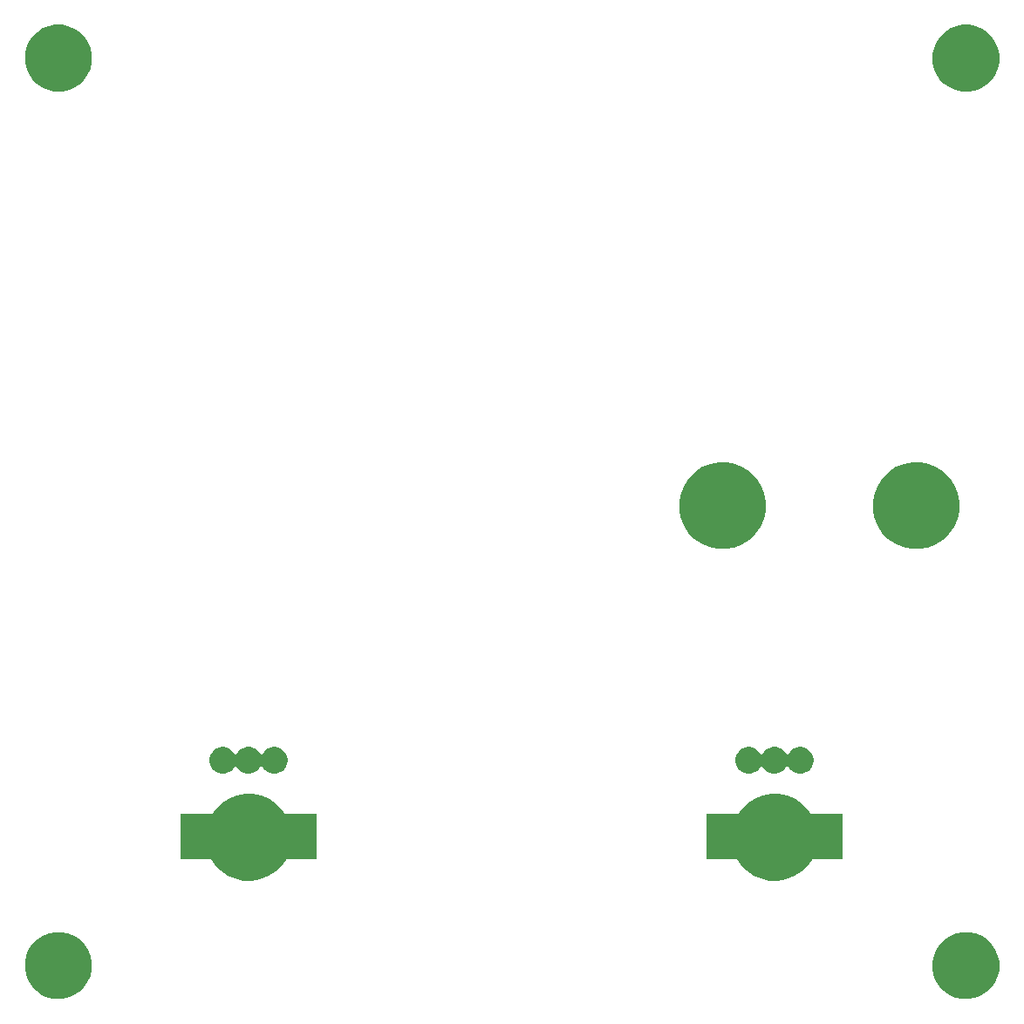
<source format=gts>
G04 #@! TF.FileFunction,Soldermask,Top*
%FSLAX46Y46*%
G04 Gerber Fmt 4.6, Leading zero omitted, Abs format (unit mm)*
G04 Created by KiCad (PCBNEW 4.0.7) date 11/11/19 23:51:16*
%MOMM*%
%LPD*%
G01*
G04 APERTURE LIST*
%ADD10C,0.100000*%
%ADD11C,0.200000*%
G04 APERTURE END LIST*
D10*
D11*
X232791000Y-110998000D02*
X231521000Y-110998000D01*
X232791000Y-112268000D02*
X232791000Y-110998000D01*
X181737000Y-110998000D02*
X181737000Y-112522000D01*
X183769000Y-110998000D02*
X181737000Y-110998000D01*
D10*
G36*
X163586952Y-120223557D02*
X164210908Y-120351637D01*
X164798105Y-120598473D01*
X165326177Y-120954661D01*
X165775002Y-121406631D01*
X166127496Y-121937176D01*
X166370225Y-122526082D01*
X166493774Y-123150048D01*
X166493774Y-123150077D01*
X166493940Y-123150917D01*
X166483781Y-123878452D01*
X166483590Y-123879291D01*
X166483590Y-123879312D01*
X166342666Y-124499594D01*
X166083589Y-125081489D01*
X165716422Y-125601982D01*
X165255146Y-126041248D01*
X164717338Y-126382553D01*
X164123482Y-126612894D01*
X163496191Y-126723502D01*
X162859360Y-126710163D01*
X162237254Y-126573384D01*
X161653563Y-126318375D01*
X161130515Y-125954847D01*
X160688045Y-125496657D01*
X160342991Y-124961238D01*
X160108509Y-124369003D01*
X159993525Y-123742504D01*
X160002419Y-123105593D01*
X160134850Y-122482551D01*
X160385779Y-121897089D01*
X160745643Y-121371520D01*
X161200739Y-120925858D01*
X161733731Y-120577079D01*
X162324316Y-120338467D01*
X162950001Y-120219111D01*
X163586952Y-120223557D01*
X163586952Y-120223557D01*
G37*
G36*
X251674152Y-120223557D02*
X252298108Y-120351637D01*
X252885305Y-120598473D01*
X253413377Y-120954661D01*
X253862202Y-121406631D01*
X254214696Y-121937176D01*
X254457425Y-122526082D01*
X254580974Y-123150048D01*
X254580974Y-123150077D01*
X254581140Y-123150917D01*
X254570981Y-123878452D01*
X254570790Y-123879291D01*
X254570790Y-123879312D01*
X254429866Y-124499594D01*
X254170789Y-125081489D01*
X253803622Y-125601982D01*
X253342346Y-126041248D01*
X252804538Y-126382553D01*
X252210682Y-126612894D01*
X251583391Y-126723502D01*
X250946560Y-126710163D01*
X250324454Y-126573384D01*
X249740763Y-126318375D01*
X249217715Y-125954847D01*
X248775245Y-125496657D01*
X248430191Y-124961238D01*
X248195709Y-124369003D01*
X248080725Y-123742504D01*
X248089619Y-123105593D01*
X248222050Y-122482551D01*
X248472979Y-121897089D01*
X248832843Y-121371520D01*
X249287939Y-120925858D01*
X249820931Y-120577079D01*
X250411516Y-120338467D01*
X251037201Y-120219111D01*
X251674152Y-120223557D01*
X251674152Y-120223557D01*
G37*
G36*
X182152744Y-106826191D02*
X182959584Y-106991812D01*
X183718890Y-107310996D01*
X184401740Y-107771584D01*
X184982119Y-108356028D01*
X185213360Y-108704074D01*
X185236753Y-108730341D01*
X185266538Y-108749051D01*
X185317475Y-108759900D01*
X188318500Y-108759900D01*
X188318500Y-113159900D01*
X185409333Y-113159900D01*
X185374509Y-113164849D01*
X185342442Y-113179304D01*
X185307190Y-113212846D01*
X184906365Y-113781051D01*
X184309895Y-114349062D01*
X183614450Y-114790406D01*
X182846532Y-115088261D01*
X182035381Y-115231288D01*
X181211894Y-115214040D01*
X180407447Y-115037170D01*
X179652674Y-114707418D01*
X178976319Y-114237339D01*
X178404159Y-113644851D01*
X178128548Y-113217186D01*
X178105523Y-113190595D01*
X178076002Y-113171471D01*
X178042322Y-113161329D01*
X178023477Y-113159900D01*
X175097000Y-113159900D01*
X175097000Y-108759900D01*
X178105112Y-108759900D01*
X178139936Y-108754951D01*
X178172003Y-108740496D01*
X178208251Y-108705521D01*
X178478641Y-108310626D01*
X179067126Y-107734339D01*
X179756339Y-107283331D01*
X180520027Y-106974781D01*
X181329101Y-106820442D01*
X182152744Y-106826191D01*
X182152744Y-106826191D01*
G37*
G36*
X233206744Y-106826191D02*
X234013584Y-106991812D01*
X234772890Y-107310996D01*
X235455740Y-107771584D01*
X236036119Y-108356028D01*
X236267360Y-108704074D01*
X236290753Y-108730341D01*
X236320538Y-108749051D01*
X236371475Y-108759900D01*
X239372500Y-108759900D01*
X239372500Y-113159900D01*
X236463333Y-113159900D01*
X236428509Y-113164849D01*
X236396442Y-113179304D01*
X236361190Y-113212846D01*
X235960365Y-113781051D01*
X235363895Y-114349062D01*
X234668450Y-114790406D01*
X233900532Y-115088261D01*
X233089381Y-115231288D01*
X232265894Y-115214040D01*
X231461447Y-115037170D01*
X230706674Y-114707418D01*
X230030319Y-114237339D01*
X229458159Y-113644851D01*
X229182548Y-113217186D01*
X229159523Y-113190595D01*
X229130002Y-113171471D01*
X229096322Y-113161329D01*
X229077477Y-113159900D01*
X226151000Y-113159900D01*
X226151000Y-108759900D01*
X229159112Y-108759900D01*
X229193936Y-108754951D01*
X229226003Y-108740496D01*
X229262251Y-108705521D01*
X229532641Y-108310626D01*
X230121126Y-107734339D01*
X230810339Y-107283331D01*
X231574027Y-106974781D01*
X232383101Y-106820442D01*
X233206744Y-106826191D01*
X233206744Y-106826191D01*
G37*
G36*
X235387545Y-102231260D02*
X235637283Y-102282525D01*
X235872305Y-102381319D01*
X236083667Y-102523884D01*
X236263306Y-102704781D01*
X236404391Y-102917132D01*
X236501543Y-103152841D01*
X236550890Y-103402060D01*
X236550890Y-103402088D01*
X236551056Y-103402928D01*
X236546990Y-103694122D01*
X236546799Y-103694961D01*
X236546799Y-103694982D01*
X236490512Y-103942733D01*
X236386817Y-104175634D01*
X236239859Y-104383960D01*
X236055235Y-104559776D01*
X235839978Y-104696382D01*
X235602291Y-104788575D01*
X235351220Y-104832845D01*
X235096327Y-104827506D01*
X234847329Y-104772760D01*
X234613714Y-104670696D01*
X234404364Y-104525194D01*
X234227264Y-104341801D01*
X234107398Y-104155806D01*
X234084373Y-104129214D01*
X234054853Y-104110090D01*
X234021173Y-104099948D01*
X233986000Y-104099590D01*
X233952121Y-104109045D01*
X233922217Y-104127564D01*
X233898656Y-104153681D01*
X233888135Y-104172675D01*
X233886818Y-104175633D01*
X233739859Y-104383960D01*
X233555235Y-104559776D01*
X233339978Y-104696382D01*
X233102291Y-104788575D01*
X232851220Y-104832845D01*
X232596327Y-104827506D01*
X232347329Y-104772760D01*
X232113714Y-104670696D01*
X231904364Y-104525194D01*
X231727264Y-104341801D01*
X231607398Y-104155806D01*
X231584373Y-104129214D01*
X231554853Y-104110090D01*
X231521173Y-104099948D01*
X231486000Y-104099590D01*
X231452121Y-104109045D01*
X231422217Y-104127564D01*
X231398656Y-104153681D01*
X231388135Y-104172675D01*
X231386818Y-104175633D01*
X231239859Y-104383960D01*
X231055235Y-104559776D01*
X230839978Y-104696382D01*
X230602291Y-104788575D01*
X230351220Y-104832845D01*
X230096327Y-104827506D01*
X229847329Y-104772760D01*
X229613714Y-104670696D01*
X229404364Y-104525194D01*
X229227265Y-104341803D01*
X229089159Y-104127503D01*
X228995307Y-103890462D01*
X228949286Y-103639711D01*
X228952846Y-103384785D01*
X229005850Y-103135418D01*
X229106285Y-102901086D01*
X229250319Y-102690730D01*
X229432469Y-102512355D01*
X229645799Y-102372757D01*
X229882179Y-102277252D01*
X230132608Y-102229481D01*
X230387545Y-102231260D01*
X230637283Y-102282525D01*
X230872305Y-102381319D01*
X231083667Y-102523884D01*
X231263306Y-102704781D01*
X231395853Y-102904281D01*
X231419246Y-102930548D01*
X231449031Y-102949258D01*
X231482850Y-102958929D01*
X231518023Y-102958796D01*
X231551768Y-102948869D01*
X231581410Y-102929934D01*
X231603107Y-102905728D01*
X231750319Y-102690730D01*
X231932469Y-102512355D01*
X232145799Y-102372757D01*
X232382179Y-102277252D01*
X232632608Y-102229481D01*
X232887545Y-102231260D01*
X233137283Y-102282525D01*
X233372305Y-102381319D01*
X233583667Y-102523884D01*
X233763306Y-102704781D01*
X233895853Y-102904281D01*
X233919246Y-102930548D01*
X233949031Y-102949258D01*
X233982850Y-102958929D01*
X234018023Y-102958796D01*
X234051768Y-102948869D01*
X234081410Y-102929934D01*
X234103107Y-102905728D01*
X234250319Y-102690730D01*
X234432469Y-102512355D01*
X234645799Y-102372757D01*
X234882179Y-102277252D01*
X235132608Y-102229481D01*
X235387545Y-102231260D01*
X235387545Y-102231260D01*
G37*
G36*
X184333545Y-102231260D02*
X184583283Y-102282525D01*
X184818305Y-102381319D01*
X185029667Y-102523884D01*
X185209306Y-102704781D01*
X185350391Y-102917132D01*
X185447543Y-103152841D01*
X185496890Y-103402060D01*
X185496890Y-103402088D01*
X185497056Y-103402928D01*
X185492990Y-103694122D01*
X185492799Y-103694961D01*
X185492799Y-103694982D01*
X185436512Y-103942733D01*
X185332817Y-104175634D01*
X185185859Y-104383960D01*
X185001235Y-104559776D01*
X184785978Y-104696382D01*
X184548291Y-104788575D01*
X184297220Y-104832845D01*
X184042327Y-104827506D01*
X183793329Y-104772760D01*
X183559714Y-104670696D01*
X183350364Y-104525194D01*
X183173264Y-104341801D01*
X183053398Y-104155806D01*
X183030373Y-104129214D01*
X183000853Y-104110090D01*
X182967173Y-104099948D01*
X182932000Y-104099590D01*
X182898121Y-104109045D01*
X182868217Y-104127564D01*
X182844656Y-104153681D01*
X182834135Y-104172675D01*
X182832818Y-104175633D01*
X182685859Y-104383960D01*
X182501235Y-104559776D01*
X182285978Y-104696382D01*
X182048291Y-104788575D01*
X181797220Y-104832845D01*
X181542327Y-104827506D01*
X181293329Y-104772760D01*
X181059714Y-104670696D01*
X180850364Y-104525194D01*
X180673264Y-104341801D01*
X180553398Y-104155806D01*
X180530373Y-104129214D01*
X180500853Y-104110090D01*
X180467173Y-104099948D01*
X180432000Y-104099590D01*
X180398121Y-104109045D01*
X180368217Y-104127564D01*
X180344656Y-104153681D01*
X180334135Y-104172675D01*
X180332818Y-104175633D01*
X180185859Y-104383960D01*
X180001235Y-104559776D01*
X179785978Y-104696382D01*
X179548291Y-104788575D01*
X179297220Y-104832845D01*
X179042327Y-104827506D01*
X178793329Y-104772760D01*
X178559714Y-104670696D01*
X178350364Y-104525194D01*
X178173265Y-104341803D01*
X178035159Y-104127503D01*
X177941307Y-103890462D01*
X177895286Y-103639711D01*
X177898846Y-103384785D01*
X177951850Y-103135418D01*
X178052285Y-102901086D01*
X178196319Y-102690730D01*
X178378469Y-102512355D01*
X178591799Y-102372757D01*
X178828179Y-102277252D01*
X179078608Y-102229481D01*
X179333545Y-102231260D01*
X179583283Y-102282525D01*
X179818305Y-102381319D01*
X180029667Y-102523884D01*
X180209306Y-102704781D01*
X180341853Y-102904281D01*
X180365246Y-102930548D01*
X180395031Y-102949258D01*
X180428850Y-102958929D01*
X180464023Y-102958796D01*
X180497768Y-102948869D01*
X180527410Y-102929934D01*
X180549107Y-102905728D01*
X180696319Y-102690730D01*
X180878469Y-102512355D01*
X181091799Y-102372757D01*
X181328179Y-102277252D01*
X181578608Y-102229481D01*
X181833545Y-102231260D01*
X182083283Y-102282525D01*
X182318305Y-102381319D01*
X182529667Y-102523884D01*
X182709306Y-102704781D01*
X182841853Y-102904281D01*
X182865246Y-102930548D01*
X182895031Y-102949258D01*
X182928850Y-102958929D01*
X182964023Y-102958796D01*
X182997768Y-102948869D01*
X183027410Y-102929934D01*
X183049107Y-102905728D01*
X183196319Y-102690730D01*
X183378469Y-102512355D01*
X183591799Y-102372757D01*
X183828179Y-102277252D01*
X184078608Y-102229481D01*
X184333545Y-102231260D01*
X184333545Y-102231260D01*
G37*
G36*
X228152144Y-74618991D02*
X228958984Y-74784612D01*
X229718290Y-75103796D01*
X230401140Y-75564384D01*
X230981519Y-76148828D01*
X231437329Y-76834877D01*
X231751203Y-77596393D01*
X231911015Y-78403500D01*
X231911015Y-78403533D01*
X231911180Y-78404369D01*
X231898044Y-79345147D01*
X231897853Y-79345986D01*
X231897853Y-79346006D01*
X231715567Y-80148346D01*
X231380553Y-80900796D01*
X230905765Y-81573851D01*
X230309295Y-82141862D01*
X229613850Y-82583206D01*
X228845932Y-82881061D01*
X228034781Y-83024088D01*
X227211294Y-83006840D01*
X226406847Y-82829970D01*
X225652074Y-82500218D01*
X224975719Y-82030139D01*
X224403557Y-81437649D01*
X223957372Y-80745304D01*
X223654160Y-79979478D01*
X223505474Y-79169351D01*
X223516974Y-78345761D01*
X223688222Y-77540103D01*
X224012699Y-76783041D01*
X224478041Y-76103426D01*
X225066526Y-75527139D01*
X225755739Y-75076131D01*
X226519427Y-74767581D01*
X227328501Y-74613242D01*
X228152144Y-74618991D01*
X228152144Y-74618991D01*
G37*
G36*
X246948144Y-74618991D02*
X247754984Y-74784612D01*
X248514290Y-75103796D01*
X249197140Y-75564384D01*
X249777519Y-76148828D01*
X250233329Y-76834877D01*
X250547203Y-77596393D01*
X250707015Y-78403500D01*
X250707015Y-78403533D01*
X250707180Y-78404369D01*
X250694044Y-79345147D01*
X250693853Y-79345986D01*
X250693853Y-79346006D01*
X250511567Y-80148346D01*
X250176553Y-80900796D01*
X249701765Y-81573851D01*
X249105295Y-82141862D01*
X248409850Y-82583206D01*
X247641932Y-82881061D01*
X246830781Y-83024088D01*
X246007294Y-83006840D01*
X245202847Y-82829970D01*
X244448074Y-82500218D01*
X243771719Y-82030139D01*
X243199557Y-81437649D01*
X242753372Y-80745304D01*
X242450160Y-79979478D01*
X242301474Y-79169351D01*
X242312974Y-78345761D01*
X242484222Y-77540103D01*
X242808699Y-76783041D01*
X243274041Y-76103426D01*
X243862526Y-75527139D01*
X244551739Y-75076131D01*
X245315427Y-74767581D01*
X246124501Y-74613242D01*
X246948144Y-74618991D01*
X246948144Y-74618991D01*
G37*
G36*
X251674152Y-32136357D02*
X252298108Y-32264437D01*
X252885305Y-32511273D01*
X253413377Y-32867461D01*
X253862202Y-33319431D01*
X254214696Y-33849976D01*
X254457425Y-34438882D01*
X254580974Y-35062848D01*
X254580974Y-35062877D01*
X254581140Y-35063717D01*
X254570981Y-35791252D01*
X254570790Y-35792091D01*
X254570790Y-35792112D01*
X254429866Y-36412394D01*
X254170789Y-36994289D01*
X253803622Y-37514782D01*
X253342346Y-37954048D01*
X252804538Y-38295353D01*
X252210682Y-38525694D01*
X251583391Y-38636302D01*
X250946560Y-38622963D01*
X250324454Y-38486184D01*
X249740763Y-38231175D01*
X249217715Y-37867647D01*
X248775245Y-37409457D01*
X248430191Y-36874038D01*
X248195709Y-36281803D01*
X248080725Y-35655304D01*
X248089619Y-35018393D01*
X248222050Y-34395351D01*
X248472979Y-33809889D01*
X248832843Y-33284320D01*
X249287939Y-32838658D01*
X249820931Y-32489879D01*
X250411516Y-32251267D01*
X251037201Y-32131911D01*
X251674152Y-32136357D01*
X251674152Y-32136357D01*
G37*
G36*
X163586952Y-32136357D02*
X164210908Y-32264437D01*
X164798105Y-32511273D01*
X165326177Y-32867461D01*
X165775002Y-33319431D01*
X166127496Y-33849976D01*
X166370225Y-34438882D01*
X166493774Y-35062848D01*
X166493774Y-35062877D01*
X166493940Y-35063717D01*
X166483781Y-35791252D01*
X166483590Y-35792091D01*
X166483590Y-35792112D01*
X166342666Y-36412394D01*
X166083589Y-36994289D01*
X165716422Y-37514782D01*
X165255146Y-37954048D01*
X164717338Y-38295353D01*
X164123482Y-38525694D01*
X163496191Y-38636302D01*
X162859360Y-38622963D01*
X162237254Y-38486184D01*
X161653563Y-38231175D01*
X161130515Y-37867647D01*
X160688045Y-37409457D01*
X160342991Y-36874038D01*
X160108509Y-36281803D01*
X159993525Y-35655304D01*
X160002419Y-35018393D01*
X160134850Y-34395351D01*
X160385779Y-33809889D01*
X160745643Y-33284320D01*
X161200739Y-32838658D01*
X161733731Y-32489879D01*
X162324316Y-32251267D01*
X162950001Y-32131911D01*
X163586952Y-32136357D01*
X163586952Y-32136357D01*
G37*
M02*

</source>
